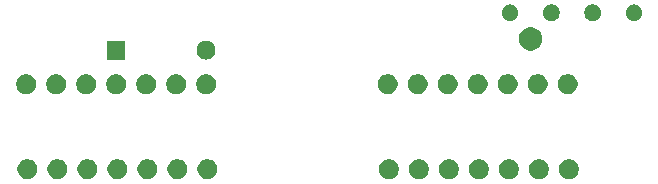
<source format=gts>
G04 #@! TF.GenerationSoftware,KiCad,Pcbnew,5.0.2-bee76a0~70~ubuntu18.04.1*
G04 #@! TF.CreationDate,2019-03-14T11:27:35-04:00*
G04 #@! TF.ProjectId,Backpack,4261636b-7061-4636-9b2e-6b696361645f,rev?*
G04 #@! TF.SameCoordinates,Original*
G04 #@! TF.FileFunction,Soldermask,Top*
G04 #@! TF.FilePolarity,Negative*
%FSLAX46Y46*%
G04 Gerber Fmt 4.6, Leading zero omitted, Abs format (unit mm)*
G04 Created by KiCad (PCBNEW 5.0.2-bee76a0~70~ubuntu18.04.1) date Thu 14 Mar 2019 11:27:35 AM EDT*
%MOMM*%
%LPD*%
G01*
G04 APERTURE LIST*
%ADD10C,0.100000*%
G04 APERTURE END LIST*
D10*
G36*
X70907294Y-36321191D02*
X71059837Y-36384376D01*
X71197125Y-36476109D01*
X71313871Y-36592855D01*
X71405604Y-36730143D01*
X71468789Y-36882686D01*
X71501000Y-37044623D01*
X71501000Y-37209737D01*
X71468789Y-37371674D01*
X71405604Y-37524217D01*
X71313871Y-37661505D01*
X71197125Y-37778251D01*
X71059837Y-37869984D01*
X70907294Y-37933169D01*
X70745357Y-37965380D01*
X70580243Y-37965380D01*
X70418306Y-37933169D01*
X70265763Y-37869984D01*
X70128475Y-37778251D01*
X70011729Y-37661505D01*
X69919996Y-37524217D01*
X69856811Y-37371674D01*
X69824600Y-37209737D01*
X69824600Y-37044623D01*
X69856811Y-36882686D01*
X69919996Y-36730143D01*
X70011729Y-36592855D01*
X70128475Y-36476109D01*
X70265763Y-36384376D01*
X70418306Y-36321191D01*
X70580243Y-36288980D01*
X70745357Y-36288980D01*
X70907294Y-36321191D01*
X70907294Y-36321191D01*
G37*
G36*
X114211754Y-36321191D02*
X114364297Y-36384376D01*
X114501585Y-36476109D01*
X114618331Y-36592855D01*
X114710064Y-36730143D01*
X114773249Y-36882686D01*
X114805460Y-37044623D01*
X114805460Y-37209737D01*
X114773249Y-37371674D01*
X114710064Y-37524217D01*
X114618331Y-37661505D01*
X114501585Y-37778251D01*
X114364297Y-37869984D01*
X114211754Y-37933169D01*
X114049817Y-37965380D01*
X113884703Y-37965380D01*
X113722766Y-37933169D01*
X113570223Y-37869984D01*
X113432935Y-37778251D01*
X113316189Y-37661505D01*
X113224456Y-37524217D01*
X113161271Y-37371674D01*
X113129060Y-37209737D01*
X113129060Y-37044623D01*
X113161271Y-36882686D01*
X113224456Y-36730143D01*
X113316189Y-36592855D01*
X113432935Y-36476109D01*
X113570223Y-36384376D01*
X113722766Y-36321191D01*
X113884703Y-36288980D01*
X114049817Y-36288980D01*
X114211754Y-36321191D01*
X114211754Y-36321191D01*
G37*
G36*
X101514294Y-36321191D02*
X101666837Y-36384376D01*
X101804125Y-36476109D01*
X101920871Y-36592855D01*
X102012604Y-36730143D01*
X102075789Y-36882686D01*
X102108000Y-37044623D01*
X102108000Y-37209737D01*
X102075789Y-37371674D01*
X102012604Y-37524217D01*
X101920871Y-37661505D01*
X101804125Y-37778251D01*
X101666837Y-37869984D01*
X101514294Y-37933169D01*
X101352357Y-37965380D01*
X101187243Y-37965380D01*
X101025306Y-37933169D01*
X100872763Y-37869984D01*
X100735475Y-37778251D01*
X100618729Y-37661505D01*
X100526996Y-37524217D01*
X100463811Y-37371674D01*
X100431600Y-37209737D01*
X100431600Y-37044623D01*
X100463811Y-36882686D01*
X100526996Y-36730143D01*
X100618729Y-36592855D01*
X100735475Y-36476109D01*
X100872763Y-36384376D01*
X101025306Y-36321191D01*
X101187243Y-36288980D01*
X101352357Y-36288980D01*
X101514294Y-36321191D01*
X101514294Y-36321191D01*
G37*
G36*
X104054294Y-36321191D02*
X104206837Y-36384376D01*
X104344125Y-36476109D01*
X104460871Y-36592855D01*
X104552604Y-36730143D01*
X104615789Y-36882686D01*
X104648000Y-37044623D01*
X104648000Y-37209737D01*
X104615789Y-37371674D01*
X104552604Y-37524217D01*
X104460871Y-37661505D01*
X104344125Y-37778251D01*
X104206837Y-37869984D01*
X104054294Y-37933169D01*
X103892357Y-37965380D01*
X103727243Y-37965380D01*
X103565306Y-37933169D01*
X103412763Y-37869984D01*
X103275475Y-37778251D01*
X103158729Y-37661505D01*
X103066996Y-37524217D01*
X103003811Y-37371674D01*
X102971600Y-37209737D01*
X102971600Y-37044623D01*
X103003811Y-36882686D01*
X103066996Y-36730143D01*
X103158729Y-36592855D01*
X103275475Y-36476109D01*
X103412763Y-36384376D01*
X103565306Y-36321191D01*
X103727243Y-36288980D01*
X103892357Y-36288980D01*
X104054294Y-36321191D01*
X104054294Y-36321191D01*
G37*
G36*
X106594294Y-36321191D02*
X106746837Y-36384376D01*
X106884125Y-36476109D01*
X107000871Y-36592855D01*
X107092604Y-36730143D01*
X107155789Y-36882686D01*
X107188000Y-37044623D01*
X107188000Y-37209737D01*
X107155789Y-37371674D01*
X107092604Y-37524217D01*
X107000871Y-37661505D01*
X106884125Y-37778251D01*
X106746837Y-37869984D01*
X106594294Y-37933169D01*
X106432357Y-37965380D01*
X106267243Y-37965380D01*
X106105306Y-37933169D01*
X105952763Y-37869984D01*
X105815475Y-37778251D01*
X105698729Y-37661505D01*
X105606996Y-37524217D01*
X105543811Y-37371674D01*
X105511600Y-37209737D01*
X105511600Y-37044623D01*
X105543811Y-36882686D01*
X105606996Y-36730143D01*
X105698729Y-36592855D01*
X105815475Y-36476109D01*
X105952763Y-36384376D01*
X106105306Y-36321191D01*
X106267243Y-36288980D01*
X106432357Y-36288980D01*
X106594294Y-36321191D01*
X106594294Y-36321191D01*
G37*
G36*
X109131754Y-36321191D02*
X109284297Y-36384376D01*
X109421585Y-36476109D01*
X109538331Y-36592855D01*
X109630064Y-36730143D01*
X109693249Y-36882686D01*
X109725460Y-37044623D01*
X109725460Y-37209737D01*
X109693249Y-37371674D01*
X109630064Y-37524217D01*
X109538331Y-37661505D01*
X109421585Y-37778251D01*
X109284297Y-37869984D01*
X109131754Y-37933169D01*
X108969817Y-37965380D01*
X108804703Y-37965380D01*
X108642766Y-37933169D01*
X108490223Y-37869984D01*
X108352935Y-37778251D01*
X108236189Y-37661505D01*
X108144456Y-37524217D01*
X108081271Y-37371674D01*
X108049060Y-37209737D01*
X108049060Y-37044623D01*
X108081271Y-36882686D01*
X108144456Y-36730143D01*
X108236189Y-36592855D01*
X108352935Y-36476109D01*
X108490223Y-36384376D01*
X108642766Y-36321191D01*
X108804703Y-36288980D01*
X108969817Y-36288980D01*
X109131754Y-36321191D01*
X109131754Y-36321191D01*
G37*
G36*
X111671754Y-36321191D02*
X111824297Y-36384376D01*
X111961585Y-36476109D01*
X112078331Y-36592855D01*
X112170064Y-36730143D01*
X112233249Y-36882686D01*
X112265460Y-37044623D01*
X112265460Y-37209737D01*
X112233249Y-37371674D01*
X112170064Y-37524217D01*
X112078331Y-37661505D01*
X111961585Y-37778251D01*
X111824297Y-37869984D01*
X111671754Y-37933169D01*
X111509817Y-37965380D01*
X111344703Y-37965380D01*
X111182766Y-37933169D01*
X111030223Y-37869984D01*
X110892935Y-37778251D01*
X110776189Y-37661505D01*
X110684456Y-37524217D01*
X110621271Y-37371674D01*
X110589060Y-37209737D01*
X110589060Y-37044623D01*
X110621271Y-36882686D01*
X110684456Y-36730143D01*
X110776189Y-36592855D01*
X110892935Y-36476109D01*
X111030223Y-36384376D01*
X111182766Y-36321191D01*
X111344703Y-36288980D01*
X111509817Y-36288980D01*
X111671754Y-36321191D01*
X111671754Y-36321191D01*
G37*
G36*
X116751754Y-36321191D02*
X116904297Y-36384376D01*
X117041585Y-36476109D01*
X117158331Y-36592855D01*
X117250064Y-36730143D01*
X117313249Y-36882686D01*
X117345460Y-37044623D01*
X117345460Y-37209737D01*
X117313249Y-37371674D01*
X117250064Y-37524217D01*
X117158331Y-37661505D01*
X117041585Y-37778251D01*
X116904297Y-37869984D01*
X116751754Y-37933169D01*
X116589817Y-37965380D01*
X116424703Y-37965380D01*
X116262766Y-37933169D01*
X116110223Y-37869984D01*
X115972935Y-37778251D01*
X115856189Y-37661505D01*
X115764456Y-37524217D01*
X115701271Y-37371674D01*
X115669060Y-37209737D01*
X115669060Y-37044623D01*
X115701271Y-36882686D01*
X115764456Y-36730143D01*
X115856189Y-36592855D01*
X115972935Y-36476109D01*
X116110223Y-36384376D01*
X116262766Y-36321191D01*
X116424703Y-36288980D01*
X116589817Y-36288980D01*
X116751754Y-36321191D01*
X116751754Y-36321191D01*
G37*
G36*
X86144754Y-36321191D02*
X86297297Y-36384376D01*
X86434585Y-36476109D01*
X86551331Y-36592855D01*
X86643064Y-36730143D01*
X86706249Y-36882686D01*
X86738460Y-37044623D01*
X86738460Y-37209737D01*
X86706249Y-37371674D01*
X86643064Y-37524217D01*
X86551331Y-37661505D01*
X86434585Y-37778251D01*
X86297297Y-37869984D01*
X86144754Y-37933169D01*
X85982817Y-37965380D01*
X85817703Y-37965380D01*
X85655766Y-37933169D01*
X85503223Y-37869984D01*
X85365935Y-37778251D01*
X85249189Y-37661505D01*
X85157456Y-37524217D01*
X85094271Y-37371674D01*
X85062060Y-37209737D01*
X85062060Y-37044623D01*
X85094271Y-36882686D01*
X85157456Y-36730143D01*
X85249189Y-36592855D01*
X85365935Y-36476109D01*
X85503223Y-36384376D01*
X85655766Y-36321191D01*
X85817703Y-36288980D01*
X85982817Y-36288980D01*
X86144754Y-36321191D01*
X86144754Y-36321191D01*
G37*
G36*
X83604754Y-36321191D02*
X83757297Y-36384376D01*
X83894585Y-36476109D01*
X84011331Y-36592855D01*
X84103064Y-36730143D01*
X84166249Y-36882686D01*
X84198460Y-37044623D01*
X84198460Y-37209737D01*
X84166249Y-37371674D01*
X84103064Y-37524217D01*
X84011331Y-37661505D01*
X83894585Y-37778251D01*
X83757297Y-37869984D01*
X83604754Y-37933169D01*
X83442817Y-37965380D01*
X83277703Y-37965380D01*
X83115766Y-37933169D01*
X82963223Y-37869984D01*
X82825935Y-37778251D01*
X82709189Y-37661505D01*
X82617456Y-37524217D01*
X82554271Y-37371674D01*
X82522060Y-37209737D01*
X82522060Y-37044623D01*
X82554271Y-36882686D01*
X82617456Y-36730143D01*
X82709189Y-36592855D01*
X82825935Y-36476109D01*
X82963223Y-36384376D01*
X83115766Y-36321191D01*
X83277703Y-36288980D01*
X83442817Y-36288980D01*
X83604754Y-36321191D01*
X83604754Y-36321191D01*
G37*
G36*
X81064754Y-36321191D02*
X81217297Y-36384376D01*
X81354585Y-36476109D01*
X81471331Y-36592855D01*
X81563064Y-36730143D01*
X81626249Y-36882686D01*
X81658460Y-37044623D01*
X81658460Y-37209737D01*
X81626249Y-37371674D01*
X81563064Y-37524217D01*
X81471331Y-37661505D01*
X81354585Y-37778251D01*
X81217297Y-37869984D01*
X81064754Y-37933169D01*
X80902817Y-37965380D01*
X80737703Y-37965380D01*
X80575766Y-37933169D01*
X80423223Y-37869984D01*
X80285935Y-37778251D01*
X80169189Y-37661505D01*
X80077456Y-37524217D01*
X80014271Y-37371674D01*
X79982060Y-37209737D01*
X79982060Y-37044623D01*
X80014271Y-36882686D01*
X80077456Y-36730143D01*
X80169189Y-36592855D01*
X80285935Y-36476109D01*
X80423223Y-36384376D01*
X80575766Y-36321191D01*
X80737703Y-36288980D01*
X80902817Y-36288980D01*
X81064754Y-36321191D01*
X81064754Y-36321191D01*
G37*
G36*
X78524754Y-36321191D02*
X78677297Y-36384376D01*
X78814585Y-36476109D01*
X78931331Y-36592855D01*
X79023064Y-36730143D01*
X79086249Y-36882686D01*
X79118460Y-37044623D01*
X79118460Y-37209737D01*
X79086249Y-37371674D01*
X79023064Y-37524217D01*
X78931331Y-37661505D01*
X78814585Y-37778251D01*
X78677297Y-37869984D01*
X78524754Y-37933169D01*
X78362817Y-37965380D01*
X78197703Y-37965380D01*
X78035766Y-37933169D01*
X77883223Y-37869984D01*
X77745935Y-37778251D01*
X77629189Y-37661505D01*
X77537456Y-37524217D01*
X77474271Y-37371674D01*
X77442060Y-37209737D01*
X77442060Y-37044623D01*
X77474271Y-36882686D01*
X77537456Y-36730143D01*
X77629189Y-36592855D01*
X77745935Y-36476109D01*
X77883223Y-36384376D01*
X78035766Y-36321191D01*
X78197703Y-36288980D01*
X78362817Y-36288980D01*
X78524754Y-36321191D01*
X78524754Y-36321191D01*
G37*
G36*
X75987294Y-36321191D02*
X76139837Y-36384376D01*
X76277125Y-36476109D01*
X76393871Y-36592855D01*
X76485604Y-36730143D01*
X76548789Y-36882686D01*
X76581000Y-37044623D01*
X76581000Y-37209737D01*
X76548789Y-37371674D01*
X76485604Y-37524217D01*
X76393871Y-37661505D01*
X76277125Y-37778251D01*
X76139837Y-37869984D01*
X75987294Y-37933169D01*
X75825357Y-37965380D01*
X75660243Y-37965380D01*
X75498306Y-37933169D01*
X75345763Y-37869984D01*
X75208475Y-37778251D01*
X75091729Y-37661505D01*
X74999996Y-37524217D01*
X74936811Y-37371674D01*
X74904600Y-37209737D01*
X74904600Y-37044623D01*
X74936811Y-36882686D01*
X74999996Y-36730143D01*
X75091729Y-36592855D01*
X75208475Y-36476109D01*
X75345763Y-36384376D01*
X75498306Y-36321191D01*
X75660243Y-36288980D01*
X75825357Y-36288980D01*
X75987294Y-36321191D01*
X75987294Y-36321191D01*
G37*
G36*
X73447294Y-36321191D02*
X73599837Y-36384376D01*
X73737125Y-36476109D01*
X73853871Y-36592855D01*
X73945604Y-36730143D01*
X74008789Y-36882686D01*
X74041000Y-37044623D01*
X74041000Y-37209737D01*
X74008789Y-37371674D01*
X73945604Y-37524217D01*
X73853871Y-37661505D01*
X73737125Y-37778251D01*
X73599837Y-37869984D01*
X73447294Y-37933169D01*
X73285357Y-37965380D01*
X73120243Y-37965380D01*
X72958306Y-37933169D01*
X72805763Y-37869984D01*
X72668475Y-37778251D01*
X72551729Y-37661505D01*
X72459996Y-37524217D01*
X72396811Y-37371674D01*
X72364600Y-37209737D01*
X72364600Y-37044623D01*
X72396811Y-36882686D01*
X72459996Y-36730143D01*
X72551729Y-36592855D01*
X72668475Y-36476109D01*
X72805763Y-36384376D01*
X72958306Y-36321191D01*
X73120243Y-36288980D01*
X73285357Y-36288980D01*
X73447294Y-36321191D01*
X73447294Y-36321191D01*
G37*
G36*
X111572694Y-29122831D02*
X111725237Y-29186016D01*
X111862525Y-29277749D01*
X111979271Y-29394495D01*
X112071004Y-29531783D01*
X112134189Y-29684326D01*
X112166400Y-29846263D01*
X112166400Y-30011377D01*
X112134189Y-30173314D01*
X112071004Y-30325857D01*
X111979271Y-30463145D01*
X111862525Y-30579891D01*
X111725237Y-30671624D01*
X111572694Y-30734809D01*
X111410757Y-30767020D01*
X111245643Y-30767020D01*
X111083706Y-30734809D01*
X110931163Y-30671624D01*
X110793875Y-30579891D01*
X110677129Y-30463145D01*
X110585396Y-30325857D01*
X110522211Y-30173314D01*
X110490000Y-30011377D01*
X110490000Y-29846263D01*
X110522211Y-29684326D01*
X110585396Y-29531783D01*
X110677129Y-29394495D01*
X110793875Y-29277749D01*
X110931163Y-29186016D01*
X111083706Y-29122831D01*
X111245643Y-29090620D01*
X111410757Y-29090620D01*
X111572694Y-29122831D01*
X111572694Y-29122831D01*
G37*
G36*
X109035234Y-29122831D02*
X109187777Y-29186016D01*
X109325065Y-29277749D01*
X109441811Y-29394495D01*
X109533544Y-29531783D01*
X109596729Y-29684326D01*
X109628940Y-29846263D01*
X109628940Y-30011377D01*
X109596729Y-30173314D01*
X109533544Y-30325857D01*
X109441811Y-30463145D01*
X109325065Y-30579891D01*
X109187777Y-30671624D01*
X109035234Y-30734809D01*
X108873297Y-30767020D01*
X108708183Y-30767020D01*
X108546246Y-30734809D01*
X108393703Y-30671624D01*
X108256415Y-30579891D01*
X108139669Y-30463145D01*
X108047936Y-30325857D01*
X107984751Y-30173314D01*
X107952540Y-30011377D01*
X107952540Y-29846263D01*
X107984751Y-29684326D01*
X108047936Y-29531783D01*
X108139669Y-29394495D01*
X108256415Y-29277749D01*
X108393703Y-29186016D01*
X108546246Y-29122831D01*
X108708183Y-29090620D01*
X108873297Y-29090620D01*
X109035234Y-29122831D01*
X109035234Y-29122831D01*
G37*
G36*
X106495234Y-29122831D02*
X106647777Y-29186016D01*
X106785065Y-29277749D01*
X106901811Y-29394495D01*
X106993544Y-29531783D01*
X107056729Y-29684326D01*
X107088940Y-29846263D01*
X107088940Y-30011377D01*
X107056729Y-30173314D01*
X106993544Y-30325857D01*
X106901811Y-30463145D01*
X106785065Y-30579891D01*
X106647777Y-30671624D01*
X106495234Y-30734809D01*
X106333297Y-30767020D01*
X106168183Y-30767020D01*
X106006246Y-30734809D01*
X105853703Y-30671624D01*
X105716415Y-30579891D01*
X105599669Y-30463145D01*
X105507936Y-30325857D01*
X105444751Y-30173314D01*
X105412540Y-30011377D01*
X105412540Y-29846263D01*
X105444751Y-29684326D01*
X105507936Y-29531783D01*
X105599669Y-29394495D01*
X105716415Y-29277749D01*
X105853703Y-29186016D01*
X106006246Y-29122831D01*
X106168183Y-29090620D01*
X106333297Y-29090620D01*
X106495234Y-29122831D01*
X106495234Y-29122831D01*
G37*
G36*
X78428234Y-29122831D02*
X78580777Y-29186016D01*
X78718065Y-29277749D01*
X78834811Y-29394495D01*
X78926544Y-29531783D01*
X78989729Y-29684326D01*
X79021940Y-29846263D01*
X79021940Y-30011377D01*
X78989729Y-30173314D01*
X78926544Y-30325857D01*
X78834811Y-30463145D01*
X78718065Y-30579891D01*
X78580777Y-30671624D01*
X78428234Y-30734809D01*
X78266297Y-30767020D01*
X78101183Y-30767020D01*
X77939246Y-30734809D01*
X77786703Y-30671624D01*
X77649415Y-30579891D01*
X77532669Y-30463145D01*
X77440936Y-30325857D01*
X77377751Y-30173314D01*
X77345540Y-30011377D01*
X77345540Y-29846263D01*
X77377751Y-29684326D01*
X77440936Y-29531783D01*
X77532669Y-29394495D01*
X77649415Y-29277749D01*
X77786703Y-29186016D01*
X77939246Y-29122831D01*
X78101183Y-29090620D01*
X78266297Y-29090620D01*
X78428234Y-29122831D01*
X78428234Y-29122831D01*
G37*
G36*
X103955234Y-29122831D02*
X104107777Y-29186016D01*
X104245065Y-29277749D01*
X104361811Y-29394495D01*
X104453544Y-29531783D01*
X104516729Y-29684326D01*
X104548940Y-29846263D01*
X104548940Y-30011377D01*
X104516729Y-30173314D01*
X104453544Y-30325857D01*
X104361811Y-30463145D01*
X104245065Y-30579891D01*
X104107777Y-30671624D01*
X103955234Y-30734809D01*
X103793297Y-30767020D01*
X103628183Y-30767020D01*
X103466246Y-30734809D01*
X103313703Y-30671624D01*
X103176415Y-30579891D01*
X103059669Y-30463145D01*
X102967936Y-30325857D01*
X102904751Y-30173314D01*
X102872540Y-30011377D01*
X102872540Y-29846263D01*
X102904751Y-29684326D01*
X102967936Y-29531783D01*
X103059669Y-29394495D01*
X103176415Y-29277749D01*
X103313703Y-29186016D01*
X103466246Y-29122831D01*
X103628183Y-29090620D01*
X103793297Y-29090620D01*
X103955234Y-29122831D01*
X103955234Y-29122831D01*
G37*
G36*
X101415234Y-29122831D02*
X101567777Y-29186016D01*
X101705065Y-29277749D01*
X101821811Y-29394495D01*
X101913544Y-29531783D01*
X101976729Y-29684326D01*
X102008940Y-29846263D01*
X102008940Y-30011377D01*
X101976729Y-30173314D01*
X101913544Y-30325857D01*
X101821811Y-30463145D01*
X101705065Y-30579891D01*
X101567777Y-30671624D01*
X101415234Y-30734809D01*
X101253297Y-30767020D01*
X101088183Y-30767020D01*
X100926246Y-30734809D01*
X100773703Y-30671624D01*
X100636415Y-30579891D01*
X100519669Y-30463145D01*
X100427936Y-30325857D01*
X100364751Y-30173314D01*
X100332540Y-30011377D01*
X100332540Y-29846263D01*
X100364751Y-29684326D01*
X100427936Y-29531783D01*
X100519669Y-29394495D01*
X100636415Y-29277749D01*
X100773703Y-29186016D01*
X100926246Y-29122831D01*
X101088183Y-29090620D01*
X101253297Y-29090620D01*
X101415234Y-29122831D01*
X101415234Y-29122831D01*
G37*
G36*
X116652694Y-29122831D02*
X116805237Y-29186016D01*
X116942525Y-29277749D01*
X117059271Y-29394495D01*
X117151004Y-29531783D01*
X117214189Y-29684326D01*
X117246400Y-29846263D01*
X117246400Y-30011377D01*
X117214189Y-30173314D01*
X117151004Y-30325857D01*
X117059271Y-30463145D01*
X116942525Y-30579891D01*
X116805237Y-30671624D01*
X116652694Y-30734809D01*
X116490757Y-30767020D01*
X116325643Y-30767020D01*
X116163706Y-30734809D01*
X116011163Y-30671624D01*
X115873875Y-30579891D01*
X115757129Y-30463145D01*
X115665396Y-30325857D01*
X115602211Y-30173314D01*
X115570000Y-30011377D01*
X115570000Y-29846263D01*
X115602211Y-29684326D01*
X115665396Y-29531783D01*
X115757129Y-29394495D01*
X115873875Y-29277749D01*
X116011163Y-29186016D01*
X116163706Y-29122831D01*
X116325643Y-29090620D01*
X116490757Y-29090620D01*
X116652694Y-29122831D01*
X116652694Y-29122831D01*
G37*
G36*
X70808234Y-29122831D02*
X70960777Y-29186016D01*
X71098065Y-29277749D01*
X71214811Y-29394495D01*
X71306544Y-29531783D01*
X71369729Y-29684326D01*
X71401940Y-29846263D01*
X71401940Y-30011377D01*
X71369729Y-30173314D01*
X71306544Y-30325857D01*
X71214811Y-30463145D01*
X71098065Y-30579891D01*
X70960777Y-30671624D01*
X70808234Y-30734809D01*
X70646297Y-30767020D01*
X70481183Y-30767020D01*
X70319246Y-30734809D01*
X70166703Y-30671624D01*
X70029415Y-30579891D01*
X69912669Y-30463145D01*
X69820936Y-30325857D01*
X69757751Y-30173314D01*
X69725540Y-30011377D01*
X69725540Y-29846263D01*
X69757751Y-29684326D01*
X69820936Y-29531783D01*
X69912669Y-29394495D01*
X70029415Y-29277749D01*
X70166703Y-29186016D01*
X70319246Y-29122831D01*
X70481183Y-29090620D01*
X70646297Y-29090620D01*
X70808234Y-29122831D01*
X70808234Y-29122831D01*
G37*
G36*
X114112694Y-29122831D02*
X114265237Y-29186016D01*
X114402525Y-29277749D01*
X114519271Y-29394495D01*
X114611004Y-29531783D01*
X114674189Y-29684326D01*
X114706400Y-29846263D01*
X114706400Y-30011377D01*
X114674189Y-30173314D01*
X114611004Y-30325857D01*
X114519271Y-30463145D01*
X114402525Y-30579891D01*
X114265237Y-30671624D01*
X114112694Y-30734809D01*
X113950757Y-30767020D01*
X113785643Y-30767020D01*
X113623706Y-30734809D01*
X113471163Y-30671624D01*
X113333875Y-30579891D01*
X113217129Y-30463145D01*
X113125396Y-30325857D01*
X113062211Y-30173314D01*
X113030000Y-30011377D01*
X113030000Y-29846263D01*
X113062211Y-29684326D01*
X113125396Y-29531783D01*
X113217129Y-29394495D01*
X113333875Y-29277749D01*
X113471163Y-29186016D01*
X113623706Y-29122831D01*
X113785643Y-29090620D01*
X113950757Y-29090620D01*
X114112694Y-29122831D01*
X114112694Y-29122831D01*
G37*
G36*
X83505694Y-29122831D02*
X83658237Y-29186016D01*
X83795525Y-29277749D01*
X83912271Y-29394495D01*
X84004004Y-29531783D01*
X84067189Y-29684326D01*
X84099400Y-29846263D01*
X84099400Y-30011377D01*
X84067189Y-30173314D01*
X84004004Y-30325857D01*
X83912271Y-30463145D01*
X83795525Y-30579891D01*
X83658237Y-30671624D01*
X83505694Y-30734809D01*
X83343757Y-30767020D01*
X83178643Y-30767020D01*
X83016706Y-30734809D01*
X82864163Y-30671624D01*
X82726875Y-30579891D01*
X82610129Y-30463145D01*
X82518396Y-30325857D01*
X82455211Y-30173314D01*
X82423000Y-30011377D01*
X82423000Y-29846263D01*
X82455211Y-29684326D01*
X82518396Y-29531783D01*
X82610129Y-29394495D01*
X82726875Y-29277749D01*
X82864163Y-29186016D01*
X83016706Y-29122831D01*
X83178643Y-29090620D01*
X83343757Y-29090620D01*
X83505694Y-29122831D01*
X83505694Y-29122831D01*
G37*
G36*
X80965694Y-29122831D02*
X81118237Y-29186016D01*
X81255525Y-29277749D01*
X81372271Y-29394495D01*
X81464004Y-29531783D01*
X81527189Y-29684326D01*
X81559400Y-29846263D01*
X81559400Y-30011377D01*
X81527189Y-30173314D01*
X81464004Y-30325857D01*
X81372271Y-30463145D01*
X81255525Y-30579891D01*
X81118237Y-30671624D01*
X80965694Y-30734809D01*
X80803757Y-30767020D01*
X80638643Y-30767020D01*
X80476706Y-30734809D01*
X80324163Y-30671624D01*
X80186875Y-30579891D01*
X80070129Y-30463145D01*
X79978396Y-30325857D01*
X79915211Y-30173314D01*
X79883000Y-30011377D01*
X79883000Y-29846263D01*
X79915211Y-29684326D01*
X79978396Y-29531783D01*
X80070129Y-29394495D01*
X80186875Y-29277749D01*
X80324163Y-29186016D01*
X80476706Y-29122831D01*
X80638643Y-29090620D01*
X80803757Y-29090620D01*
X80965694Y-29122831D01*
X80965694Y-29122831D01*
G37*
G36*
X75888234Y-29122831D02*
X76040777Y-29186016D01*
X76178065Y-29277749D01*
X76294811Y-29394495D01*
X76386544Y-29531783D01*
X76449729Y-29684326D01*
X76481940Y-29846263D01*
X76481940Y-30011377D01*
X76449729Y-30173314D01*
X76386544Y-30325857D01*
X76294811Y-30463145D01*
X76178065Y-30579891D01*
X76040777Y-30671624D01*
X75888234Y-30734809D01*
X75726297Y-30767020D01*
X75561183Y-30767020D01*
X75399246Y-30734809D01*
X75246703Y-30671624D01*
X75109415Y-30579891D01*
X74992669Y-30463145D01*
X74900936Y-30325857D01*
X74837751Y-30173314D01*
X74805540Y-30011377D01*
X74805540Y-29846263D01*
X74837751Y-29684326D01*
X74900936Y-29531783D01*
X74992669Y-29394495D01*
X75109415Y-29277749D01*
X75246703Y-29186016D01*
X75399246Y-29122831D01*
X75561183Y-29090620D01*
X75726297Y-29090620D01*
X75888234Y-29122831D01*
X75888234Y-29122831D01*
G37*
G36*
X86045694Y-29122831D02*
X86198237Y-29186016D01*
X86335525Y-29277749D01*
X86452271Y-29394495D01*
X86544004Y-29531783D01*
X86607189Y-29684326D01*
X86639400Y-29846263D01*
X86639400Y-30011377D01*
X86607189Y-30173314D01*
X86544004Y-30325857D01*
X86452271Y-30463145D01*
X86335525Y-30579891D01*
X86198237Y-30671624D01*
X86045694Y-30734809D01*
X85883757Y-30767020D01*
X85718643Y-30767020D01*
X85556706Y-30734809D01*
X85404163Y-30671624D01*
X85266875Y-30579891D01*
X85150129Y-30463145D01*
X85058396Y-30325857D01*
X84995211Y-30173314D01*
X84963000Y-30011377D01*
X84963000Y-29846263D01*
X84995211Y-29684326D01*
X85058396Y-29531783D01*
X85150129Y-29394495D01*
X85266875Y-29277749D01*
X85404163Y-29186016D01*
X85556706Y-29122831D01*
X85718643Y-29090620D01*
X85883757Y-29090620D01*
X86045694Y-29122831D01*
X86045694Y-29122831D01*
G37*
G36*
X73348234Y-29122831D02*
X73500777Y-29186016D01*
X73638065Y-29277749D01*
X73754811Y-29394495D01*
X73846544Y-29531783D01*
X73909729Y-29684326D01*
X73941940Y-29846263D01*
X73941940Y-30011377D01*
X73909729Y-30173314D01*
X73846544Y-30325857D01*
X73754811Y-30463145D01*
X73638065Y-30579891D01*
X73500777Y-30671624D01*
X73348234Y-30734809D01*
X73186297Y-30767020D01*
X73021183Y-30767020D01*
X72859246Y-30734809D01*
X72706703Y-30671624D01*
X72569415Y-30579891D01*
X72452669Y-30463145D01*
X72360936Y-30325857D01*
X72297751Y-30173314D01*
X72265540Y-30011377D01*
X72265540Y-29846263D01*
X72297751Y-29684326D01*
X72360936Y-29531783D01*
X72452669Y-29394495D01*
X72569415Y-29277749D01*
X72706703Y-29186016D01*
X72859246Y-29122831D01*
X73021183Y-29090620D01*
X73186297Y-29090620D01*
X73348234Y-29122831D01*
X73348234Y-29122831D01*
G37*
G36*
X85906149Y-26258717D02*
X85945327Y-26262576D01*
X86020727Y-26285448D01*
X86096129Y-26308321D01*
X86235108Y-26382608D01*
X86356922Y-26482578D01*
X86456892Y-26604392D01*
X86531179Y-26743371D01*
X86576924Y-26894174D01*
X86592370Y-27051000D01*
X86576924Y-27207826D01*
X86531179Y-27358629D01*
X86456892Y-27497608D01*
X86356922Y-27619422D01*
X86235108Y-27719392D01*
X86096129Y-27793679D01*
X86020727Y-27816552D01*
X85945327Y-27839424D01*
X85906149Y-27843283D01*
X85827795Y-27851000D01*
X85749205Y-27851000D01*
X85670851Y-27843283D01*
X85631673Y-27839424D01*
X85556273Y-27816552D01*
X85480871Y-27793679D01*
X85341892Y-27719392D01*
X85220078Y-27619422D01*
X85120108Y-27497608D01*
X85045821Y-27358629D01*
X85000076Y-27207826D01*
X84984630Y-27051000D01*
X85000076Y-26894174D01*
X85045821Y-26743371D01*
X85120108Y-26604392D01*
X85220078Y-26482578D01*
X85341892Y-26382608D01*
X85480871Y-26308321D01*
X85556273Y-26285448D01*
X85631673Y-26262576D01*
X85670851Y-26258717D01*
X85749205Y-26251000D01*
X85827795Y-26251000D01*
X85906149Y-26258717D01*
X85906149Y-26258717D01*
G37*
G36*
X78968500Y-27851000D02*
X77368500Y-27851000D01*
X77368500Y-26251000D01*
X78968500Y-26251000D01*
X78968500Y-27851000D01*
X78968500Y-27851000D01*
G37*
G36*
X113421897Y-25125016D02*
X113565418Y-25153564D01*
X113745678Y-25228230D01*
X113907907Y-25336628D01*
X114045872Y-25474593D01*
X114154270Y-25636822D01*
X114228936Y-25817082D01*
X114267000Y-26008444D01*
X114267000Y-26203556D01*
X114228936Y-26394918D01*
X114154270Y-26575178D01*
X114045872Y-26737407D01*
X113907907Y-26875372D01*
X113745678Y-26983770D01*
X113565418Y-27058436D01*
X113421897Y-27086984D01*
X113374057Y-27096500D01*
X113178943Y-27096500D01*
X113131103Y-27086984D01*
X112987582Y-27058436D01*
X112807322Y-26983770D01*
X112645093Y-26875372D01*
X112507128Y-26737407D01*
X112398730Y-26575178D01*
X112324064Y-26394918D01*
X112286000Y-26203556D01*
X112286000Y-26008444D01*
X112324064Y-25817082D01*
X112398730Y-25636822D01*
X112507128Y-25474593D01*
X112645093Y-25336628D01*
X112807322Y-25228230D01*
X112987582Y-25153564D01*
X113131103Y-25125016D01*
X113178943Y-25115500D01*
X113374057Y-25115500D01*
X113421897Y-25125016D01*
X113421897Y-25125016D01*
G37*
G36*
X122230245Y-23204342D02*
X122357363Y-23256996D01*
X122471771Y-23333441D01*
X122569059Y-23430729D01*
X122645504Y-23545137D01*
X122698158Y-23672255D01*
X122725000Y-23807202D01*
X122725000Y-23944798D01*
X122698158Y-24079745D01*
X122645504Y-24206863D01*
X122569059Y-24321271D01*
X122471771Y-24418559D01*
X122357363Y-24495004D01*
X122230245Y-24547658D01*
X122095298Y-24574500D01*
X121957702Y-24574500D01*
X121822755Y-24547658D01*
X121695637Y-24495004D01*
X121581229Y-24418559D01*
X121483941Y-24321271D01*
X121407496Y-24206863D01*
X121354842Y-24079745D01*
X121328000Y-23944798D01*
X121328000Y-23807202D01*
X121354842Y-23672255D01*
X121407496Y-23545137D01*
X121483941Y-23430729D01*
X121581229Y-23333441D01*
X121695637Y-23256996D01*
X121822755Y-23204342D01*
X121957702Y-23177500D01*
X122095298Y-23177500D01*
X122230245Y-23204342D01*
X122230245Y-23204342D01*
G37*
G36*
X118730245Y-23204342D02*
X118857363Y-23256996D01*
X118971771Y-23333441D01*
X119069059Y-23430729D01*
X119145504Y-23545137D01*
X119198158Y-23672255D01*
X119225000Y-23807202D01*
X119225000Y-23944798D01*
X119198158Y-24079745D01*
X119145504Y-24206863D01*
X119069059Y-24321271D01*
X118971771Y-24418559D01*
X118857363Y-24495004D01*
X118730245Y-24547658D01*
X118595298Y-24574500D01*
X118457702Y-24574500D01*
X118322755Y-24547658D01*
X118195637Y-24495004D01*
X118081229Y-24418559D01*
X117983941Y-24321271D01*
X117907496Y-24206863D01*
X117854842Y-24079745D01*
X117828000Y-23944798D01*
X117828000Y-23807202D01*
X117854842Y-23672255D01*
X117907496Y-23545137D01*
X117983941Y-23430729D01*
X118081229Y-23333441D01*
X118195637Y-23256996D01*
X118322755Y-23204342D01*
X118457702Y-23177500D01*
X118595298Y-23177500D01*
X118730245Y-23204342D01*
X118730245Y-23204342D01*
G37*
G36*
X115230245Y-23204342D02*
X115357363Y-23256996D01*
X115471771Y-23333441D01*
X115569059Y-23430729D01*
X115645504Y-23545137D01*
X115698158Y-23672255D01*
X115725000Y-23807202D01*
X115725000Y-23944798D01*
X115698158Y-24079745D01*
X115645504Y-24206863D01*
X115569059Y-24321271D01*
X115471771Y-24418559D01*
X115357363Y-24495004D01*
X115230245Y-24547658D01*
X115095298Y-24574500D01*
X114957702Y-24574500D01*
X114822755Y-24547658D01*
X114695637Y-24495004D01*
X114581229Y-24418559D01*
X114483941Y-24321271D01*
X114407496Y-24206863D01*
X114354842Y-24079745D01*
X114328000Y-23944798D01*
X114328000Y-23807202D01*
X114354842Y-23672255D01*
X114407496Y-23545137D01*
X114483941Y-23430729D01*
X114581229Y-23333441D01*
X114695637Y-23256996D01*
X114822755Y-23204342D01*
X114957702Y-23177500D01*
X115095298Y-23177500D01*
X115230245Y-23204342D01*
X115230245Y-23204342D01*
G37*
G36*
X111730245Y-23204342D02*
X111857363Y-23256996D01*
X111971771Y-23333441D01*
X112069059Y-23430729D01*
X112145504Y-23545137D01*
X112198158Y-23672255D01*
X112225000Y-23807202D01*
X112225000Y-23944798D01*
X112198158Y-24079745D01*
X112145504Y-24206863D01*
X112069059Y-24321271D01*
X111971771Y-24418559D01*
X111857363Y-24495004D01*
X111730245Y-24547658D01*
X111595298Y-24574500D01*
X111457702Y-24574500D01*
X111322755Y-24547658D01*
X111195637Y-24495004D01*
X111081229Y-24418559D01*
X110983941Y-24321271D01*
X110907496Y-24206863D01*
X110854842Y-24079745D01*
X110828000Y-23944798D01*
X110828000Y-23807202D01*
X110854842Y-23672255D01*
X110907496Y-23545137D01*
X110983941Y-23430729D01*
X111081229Y-23333441D01*
X111195637Y-23256996D01*
X111322755Y-23204342D01*
X111457702Y-23177500D01*
X111595298Y-23177500D01*
X111730245Y-23204342D01*
X111730245Y-23204342D01*
G37*
M02*

</source>
